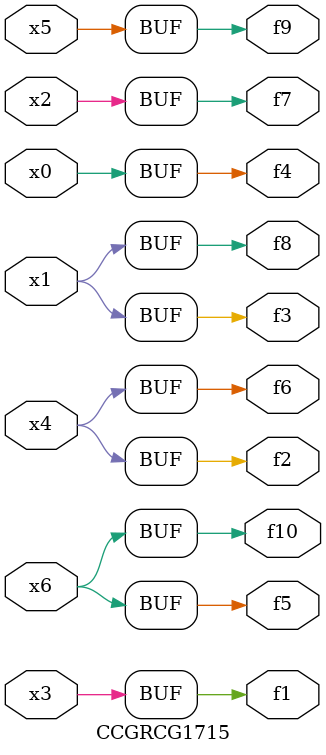
<source format=v>
module CCGRCG1715(
	input x0, x1, x2, x3, x4, x5, x6,
	output f1, f2, f3, f4, f5, f6, f7, f8, f9, f10
);
	assign f1 = x3;
	assign f2 = x4;
	assign f3 = x1;
	assign f4 = x0;
	assign f5 = x6;
	assign f6 = x4;
	assign f7 = x2;
	assign f8 = x1;
	assign f9 = x5;
	assign f10 = x6;
endmodule

</source>
